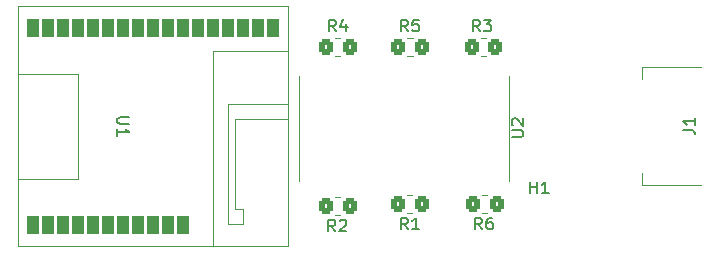
<source format=gbr>
%TF.GenerationSoftware,KiCad,Pcbnew,8.0.3*%
%TF.CreationDate,2024-07-01T08:39:21+09:00*%
%TF.ProjectId,Unit_LTP305G,556e6974-5f4c-4545-9033-3035472e6b69,rev?*%
%TF.SameCoordinates,Original*%
%TF.FileFunction,Legend,Top*%
%TF.FilePolarity,Positive*%
%FSLAX46Y46*%
G04 Gerber Fmt 4.6, Leading zero omitted, Abs format (unit mm)*
G04 Created by KiCad (PCBNEW 8.0.3) date 2024-07-01 08:39:21*
%MOMM*%
%LPD*%
G01*
G04 APERTURE LIST*
G04 Aperture macros list*
%AMRoundRect*
0 Rectangle with rounded corners*
0 $1 Rounding radius*
0 $2 $3 $4 $5 $6 $7 $8 $9 X,Y pos of 4 corners*
0 Add a 4 corners polygon primitive as box body*
4,1,4,$2,$3,$4,$5,$6,$7,$8,$9,$2,$3,0*
0 Add four circle primitives for the rounded corners*
1,1,$1+$1,$2,$3*
1,1,$1+$1,$4,$5*
1,1,$1+$1,$6,$7*
1,1,$1+$1,$8,$9*
0 Add four rect primitives between the rounded corners*
20,1,$1+$1,$2,$3,$4,$5,0*
20,1,$1+$1,$4,$5,$6,$7,0*
20,1,$1+$1,$6,$7,$8,$9,0*
20,1,$1+$1,$8,$9,$2,$3,0*%
G04 Aperture macros list end*
%ADD10C,0.150000*%
%ADD11C,0.120000*%
%ADD12RoundRect,0.250000X-0.350000X-0.450000X0.350000X-0.450000X0.350000X0.450000X-0.350000X0.450000X0*%
%ADD13C,1.600000*%
%ADD14RoundRect,0.250000X0.350000X0.450000X-0.350000X0.450000X-0.350000X-0.450000X0.350000X-0.450000X0*%
%ADD15C,5.500000*%
%ADD16C,1.524000*%
%ADD17RoundRect,0.500000X-0.008000X0.750000X-0.008000X-0.750000X0.008000X-0.750000X0.008000X0.750000X0*%
%ADD18RoundRect,0.500000X0.008000X-0.750000X0.008000X0.750000X-0.008000X0.750000X-0.008000X-0.750000X0*%
G04 APERTURE END LIST*
D10*
X140787333Y-76654819D02*
X140454000Y-76178628D01*
X140215905Y-76654819D02*
X140215905Y-75654819D01*
X140215905Y-75654819D02*
X140596857Y-75654819D01*
X140596857Y-75654819D02*
X140692095Y-75702438D01*
X140692095Y-75702438D02*
X140739714Y-75750057D01*
X140739714Y-75750057D02*
X140787333Y-75845295D01*
X140787333Y-75845295D02*
X140787333Y-75988152D01*
X140787333Y-75988152D02*
X140739714Y-76083390D01*
X140739714Y-76083390D02*
X140692095Y-76131009D01*
X140692095Y-76131009D02*
X140596857Y-76178628D01*
X140596857Y-76178628D02*
X140215905Y-76178628D01*
X141739714Y-76654819D02*
X141168286Y-76654819D01*
X141454000Y-76654819D02*
X141454000Y-75654819D01*
X141454000Y-75654819D02*
X141358762Y-75797676D01*
X141358762Y-75797676D02*
X141263524Y-75892914D01*
X141263524Y-75892914D02*
X141168286Y-75940533D01*
X149576819Y-68833904D02*
X150386342Y-68833904D01*
X150386342Y-68833904D02*
X150481580Y-68786285D01*
X150481580Y-68786285D02*
X150529200Y-68738666D01*
X150529200Y-68738666D02*
X150576819Y-68643428D01*
X150576819Y-68643428D02*
X150576819Y-68452952D01*
X150576819Y-68452952D02*
X150529200Y-68357714D01*
X150529200Y-68357714D02*
X150481580Y-68310095D01*
X150481580Y-68310095D02*
X150386342Y-68262476D01*
X150386342Y-68262476D02*
X149576819Y-68262476D01*
X149672057Y-67833904D02*
X149624438Y-67786285D01*
X149624438Y-67786285D02*
X149576819Y-67691047D01*
X149576819Y-67691047D02*
X149576819Y-67452952D01*
X149576819Y-67452952D02*
X149624438Y-67357714D01*
X149624438Y-67357714D02*
X149672057Y-67310095D01*
X149672057Y-67310095D02*
X149767295Y-67262476D01*
X149767295Y-67262476D02*
X149862533Y-67262476D01*
X149862533Y-67262476D02*
X150005390Y-67310095D01*
X150005390Y-67310095D02*
X150576819Y-67881523D01*
X150576819Y-67881523D02*
X150576819Y-67262476D01*
X134707333Y-59890819D02*
X134374000Y-59414628D01*
X134135905Y-59890819D02*
X134135905Y-58890819D01*
X134135905Y-58890819D02*
X134516857Y-58890819D01*
X134516857Y-58890819D02*
X134612095Y-58938438D01*
X134612095Y-58938438D02*
X134659714Y-58986057D01*
X134659714Y-58986057D02*
X134707333Y-59081295D01*
X134707333Y-59081295D02*
X134707333Y-59224152D01*
X134707333Y-59224152D02*
X134659714Y-59319390D01*
X134659714Y-59319390D02*
X134612095Y-59367009D01*
X134612095Y-59367009D02*
X134516857Y-59414628D01*
X134516857Y-59414628D02*
X134135905Y-59414628D01*
X135564476Y-59224152D02*
X135564476Y-59890819D01*
X135326381Y-58843200D02*
X135088286Y-59557485D01*
X135088286Y-59557485D02*
X135707333Y-59557485D01*
X134633333Y-76830819D02*
X134300000Y-76354628D01*
X134061905Y-76830819D02*
X134061905Y-75830819D01*
X134061905Y-75830819D02*
X134442857Y-75830819D01*
X134442857Y-75830819D02*
X134538095Y-75878438D01*
X134538095Y-75878438D02*
X134585714Y-75926057D01*
X134585714Y-75926057D02*
X134633333Y-76021295D01*
X134633333Y-76021295D02*
X134633333Y-76164152D01*
X134633333Y-76164152D02*
X134585714Y-76259390D01*
X134585714Y-76259390D02*
X134538095Y-76307009D01*
X134538095Y-76307009D02*
X134442857Y-76354628D01*
X134442857Y-76354628D02*
X134061905Y-76354628D01*
X135014286Y-75926057D02*
X135061905Y-75878438D01*
X135061905Y-75878438D02*
X135157143Y-75830819D01*
X135157143Y-75830819D02*
X135395238Y-75830819D01*
X135395238Y-75830819D02*
X135490476Y-75878438D01*
X135490476Y-75878438D02*
X135538095Y-75926057D01*
X135538095Y-75926057D02*
X135585714Y-76021295D01*
X135585714Y-76021295D02*
X135585714Y-76116533D01*
X135585714Y-76116533D02*
X135538095Y-76259390D01*
X135538095Y-76259390D02*
X134966667Y-76830819D01*
X134966667Y-76830819D02*
X135585714Y-76830819D01*
X151130095Y-73606819D02*
X151130095Y-72606819D01*
X151130095Y-73083009D02*
X151701523Y-73083009D01*
X151701523Y-73606819D02*
X151701523Y-72606819D01*
X152701523Y-73606819D02*
X152130095Y-73606819D01*
X152415809Y-73606819D02*
X152415809Y-72606819D01*
X152415809Y-72606819D02*
X152320571Y-72749676D01*
X152320571Y-72749676D02*
X152225333Y-72844914D01*
X152225333Y-72844914D02*
X152130095Y-72892533D01*
X164109819Y-68230333D02*
X164824104Y-68230333D01*
X164824104Y-68230333D02*
X164966961Y-68277952D01*
X164966961Y-68277952D02*
X165062200Y-68373190D01*
X165062200Y-68373190D02*
X165109819Y-68516047D01*
X165109819Y-68516047D02*
X165109819Y-68611285D01*
X165109819Y-67230333D02*
X165109819Y-67801761D01*
X165109819Y-67516047D02*
X164109819Y-67516047D01*
X164109819Y-67516047D02*
X164252676Y-67611285D01*
X164252676Y-67611285D02*
X164347914Y-67706523D01*
X164347914Y-67706523D02*
X164395533Y-67801761D01*
X146899333Y-59890819D02*
X146566000Y-59414628D01*
X146327905Y-59890819D02*
X146327905Y-58890819D01*
X146327905Y-58890819D02*
X146708857Y-58890819D01*
X146708857Y-58890819D02*
X146804095Y-58938438D01*
X146804095Y-58938438D02*
X146851714Y-58986057D01*
X146851714Y-58986057D02*
X146899333Y-59081295D01*
X146899333Y-59081295D02*
X146899333Y-59224152D01*
X146899333Y-59224152D02*
X146851714Y-59319390D01*
X146851714Y-59319390D02*
X146804095Y-59367009D01*
X146804095Y-59367009D02*
X146708857Y-59414628D01*
X146708857Y-59414628D02*
X146327905Y-59414628D01*
X147232667Y-58890819D02*
X147851714Y-58890819D01*
X147851714Y-58890819D02*
X147518381Y-59271771D01*
X147518381Y-59271771D02*
X147661238Y-59271771D01*
X147661238Y-59271771D02*
X147756476Y-59319390D01*
X147756476Y-59319390D02*
X147804095Y-59367009D01*
X147804095Y-59367009D02*
X147851714Y-59462247D01*
X147851714Y-59462247D02*
X147851714Y-59700342D01*
X147851714Y-59700342D02*
X147804095Y-59795580D01*
X147804095Y-59795580D02*
X147756476Y-59843200D01*
X147756476Y-59843200D02*
X147661238Y-59890819D01*
X147661238Y-59890819D02*
X147375524Y-59890819D01*
X147375524Y-59890819D02*
X147280286Y-59843200D01*
X147280286Y-59843200D02*
X147232667Y-59795580D01*
X140803333Y-59890819D02*
X140470000Y-59414628D01*
X140231905Y-59890819D02*
X140231905Y-58890819D01*
X140231905Y-58890819D02*
X140612857Y-58890819D01*
X140612857Y-58890819D02*
X140708095Y-58938438D01*
X140708095Y-58938438D02*
X140755714Y-58986057D01*
X140755714Y-58986057D02*
X140803333Y-59081295D01*
X140803333Y-59081295D02*
X140803333Y-59224152D01*
X140803333Y-59224152D02*
X140755714Y-59319390D01*
X140755714Y-59319390D02*
X140708095Y-59367009D01*
X140708095Y-59367009D02*
X140612857Y-59414628D01*
X140612857Y-59414628D02*
X140231905Y-59414628D01*
X141708095Y-58890819D02*
X141231905Y-58890819D01*
X141231905Y-58890819D02*
X141184286Y-59367009D01*
X141184286Y-59367009D02*
X141231905Y-59319390D01*
X141231905Y-59319390D02*
X141327143Y-59271771D01*
X141327143Y-59271771D02*
X141565238Y-59271771D01*
X141565238Y-59271771D02*
X141660476Y-59319390D01*
X141660476Y-59319390D02*
X141708095Y-59367009D01*
X141708095Y-59367009D02*
X141755714Y-59462247D01*
X141755714Y-59462247D02*
X141755714Y-59700342D01*
X141755714Y-59700342D02*
X141708095Y-59795580D01*
X141708095Y-59795580D02*
X141660476Y-59843200D01*
X141660476Y-59843200D02*
X141565238Y-59890819D01*
X141565238Y-59890819D02*
X141327143Y-59890819D01*
X141327143Y-59890819D02*
X141231905Y-59843200D01*
X141231905Y-59843200D02*
X141184286Y-59795580D01*
X117207380Y-67157695D02*
X116397857Y-67157695D01*
X116397857Y-67157695D02*
X116302619Y-67205314D01*
X116302619Y-67205314D02*
X116255000Y-67252933D01*
X116255000Y-67252933D02*
X116207380Y-67348171D01*
X116207380Y-67348171D02*
X116207380Y-67538647D01*
X116207380Y-67538647D02*
X116255000Y-67633885D01*
X116255000Y-67633885D02*
X116302619Y-67681504D01*
X116302619Y-67681504D02*
X116397857Y-67729123D01*
X116397857Y-67729123D02*
X117207380Y-67729123D01*
X116207380Y-68729123D02*
X116207380Y-68157695D01*
X116207380Y-68443409D02*
X117207380Y-68443409D01*
X117207380Y-68443409D02*
X117064523Y-68348171D01*
X117064523Y-68348171D02*
X116969285Y-68252933D01*
X116969285Y-68252933D02*
X116921666Y-68157695D01*
X147065333Y-76654819D02*
X146732000Y-76178628D01*
X146493905Y-76654819D02*
X146493905Y-75654819D01*
X146493905Y-75654819D02*
X146874857Y-75654819D01*
X146874857Y-75654819D02*
X146970095Y-75702438D01*
X146970095Y-75702438D02*
X147017714Y-75750057D01*
X147017714Y-75750057D02*
X147065333Y-75845295D01*
X147065333Y-75845295D02*
X147065333Y-75988152D01*
X147065333Y-75988152D02*
X147017714Y-76083390D01*
X147017714Y-76083390D02*
X146970095Y-76131009D01*
X146970095Y-76131009D02*
X146874857Y-76178628D01*
X146874857Y-76178628D02*
X146493905Y-76178628D01*
X147922476Y-75654819D02*
X147732000Y-75654819D01*
X147732000Y-75654819D02*
X147636762Y-75702438D01*
X147636762Y-75702438D02*
X147589143Y-75750057D01*
X147589143Y-75750057D02*
X147493905Y-75892914D01*
X147493905Y-75892914D02*
X147446286Y-76083390D01*
X147446286Y-76083390D02*
X147446286Y-76464342D01*
X147446286Y-76464342D02*
X147493905Y-76559580D01*
X147493905Y-76559580D02*
X147541524Y-76607200D01*
X147541524Y-76607200D02*
X147636762Y-76654819D01*
X147636762Y-76654819D02*
X147827238Y-76654819D01*
X147827238Y-76654819D02*
X147922476Y-76607200D01*
X147922476Y-76607200D02*
X147970095Y-76559580D01*
X147970095Y-76559580D02*
X148017714Y-76464342D01*
X148017714Y-76464342D02*
X148017714Y-76226247D01*
X148017714Y-76226247D02*
X147970095Y-76131009D01*
X147970095Y-76131009D02*
X147922476Y-76083390D01*
X147922476Y-76083390D02*
X147827238Y-76035771D01*
X147827238Y-76035771D02*
X147636762Y-76035771D01*
X147636762Y-76035771D02*
X147541524Y-76083390D01*
X147541524Y-76083390D02*
X147493905Y-76131009D01*
X147493905Y-76131009D02*
X147446286Y-76226247D01*
D11*
%TO.C,R1*%
X140726936Y-73765000D02*
X141181064Y-73765000D01*
X140726936Y-75235000D02*
X141181064Y-75235000D01*
%TO.C,U2*%
X131572000Y-72517000D02*
X131572000Y-63627000D01*
X149352000Y-72517000D02*
X149352000Y-63627000D01*
%TO.C,R4*%
X135085064Y-60479000D02*
X134630936Y-60479000D01*
X135085064Y-61949000D02*
X134630936Y-61949000D01*
%TO.C,R2*%
X134630936Y-73941000D02*
X135085064Y-73941000D01*
X134630936Y-75411000D02*
X135085064Y-75411000D01*
%TO.C,J1*%
X160655000Y-62897000D02*
X160655000Y-63897000D01*
X160655000Y-62897000D02*
X165655000Y-62897000D01*
X160655000Y-63897000D02*
X160655000Y-62897000D01*
X160655000Y-71897000D02*
X160655000Y-72897000D01*
X160655000Y-72897000D02*
X165655000Y-72897000D01*
%TO.C,R3*%
X146972936Y-60465000D02*
X147427064Y-60465000D01*
X146972936Y-61935000D02*
X147427064Y-61935000D01*
%TO.C,R5*%
X141213064Y-60479000D02*
X140758936Y-60479000D01*
X141213064Y-61949000D02*
X140758936Y-61949000D01*
%TO.C,U1*%
X107772200Y-57759600D02*
X107772200Y-63474600D01*
X107772200Y-72364600D02*
X107772200Y-78079600D01*
X107772200Y-78079600D02*
X130632200Y-78079600D01*
X124282200Y-61569600D02*
X124282200Y-78079600D01*
X125552200Y-66014600D02*
X125552200Y-76174600D01*
X125552200Y-76174600D02*
X126822200Y-76174600D01*
X126187200Y-67284600D02*
X130632200Y-67284600D01*
X126187200Y-74904600D02*
X126187200Y-67284600D01*
X126822200Y-74904600D02*
X126187200Y-74904600D01*
X126822200Y-76174600D02*
X126822200Y-74904600D01*
X130632200Y-57759600D02*
X107772200Y-57759600D01*
X130632200Y-61569600D02*
X124282200Y-61569600D01*
X130632200Y-66014600D02*
X125552200Y-66014600D01*
X130632200Y-78079600D02*
X130632200Y-57759600D01*
X112852200Y-63474600D02*
X107777200Y-63474600D01*
X107777200Y-72364600D01*
X112852200Y-72364600D01*
X112852200Y-63474600D01*
%TO.C,R6*%
X147076936Y-73765000D02*
X147531064Y-73765000D01*
X147076936Y-75235000D02*
X147531064Y-75235000D01*
%TD*%
%LPC*%
D12*
%TO.C,R1*%
X139954000Y-74500000D03*
X141954000Y-74500000D03*
%TD*%
D13*
%TO.C,U2*%
X132842000Y-71882000D03*
X135382000Y-71882000D03*
X137922000Y-71882000D03*
X140462000Y-71882000D03*
X143002000Y-71882000D03*
X148082000Y-71882000D03*
X148082000Y-64262000D03*
X145542000Y-64262000D03*
X143002000Y-64262000D03*
X140462000Y-64262000D03*
X137922000Y-64262000D03*
X135382000Y-64262000D03*
X132842000Y-64262000D03*
%TD*%
D14*
%TO.C,R4*%
X135858000Y-61214000D03*
X133858000Y-61214000D03*
%TD*%
D12*
%TO.C,R2*%
X133858000Y-74676000D03*
X135858000Y-74676000D03*
%TD*%
D15*
%TO.C,H1*%
X156210000Y-67900000D03*
%TD*%
D16*
%TO.C,J1*%
X160655000Y-70897000D03*
X160655000Y-68897000D03*
X160655000Y-66897000D03*
X160655000Y-64897000D03*
%TD*%
D12*
%TO.C,R3*%
X146200000Y-61200000D03*
X148200000Y-61200000D03*
%TD*%
D14*
%TO.C,R5*%
X141986000Y-61214000D03*
X139986000Y-61214000D03*
%TD*%
D17*
%TO.C,U1*%
X129362200Y-59599600D03*
X128092200Y-59599600D03*
X126822200Y-59599600D03*
X125552200Y-59599600D03*
X124282200Y-59599600D03*
X123012200Y-59599600D03*
X121742200Y-59599600D03*
X120472200Y-59599600D03*
X119202200Y-59599600D03*
X117932200Y-59599600D03*
X116662200Y-59599600D03*
X115392200Y-59599600D03*
X114122200Y-59599600D03*
X112852200Y-59599600D03*
X111582200Y-59599600D03*
X110312200Y-59599600D03*
X109042200Y-59599600D03*
D18*
X109042200Y-76239600D03*
X110312200Y-76239600D03*
X111582200Y-76239600D03*
X112852200Y-76239600D03*
X114122200Y-76239600D03*
X115392200Y-76239600D03*
X116662200Y-76239600D03*
X117932200Y-76239600D03*
X119202200Y-76239600D03*
X120472200Y-76239600D03*
X121742200Y-76239600D03*
%TD*%
D12*
%TO.C,R6*%
X146304000Y-74500000D03*
X148304000Y-74500000D03*
%TD*%
%LPD*%
M02*

</source>
